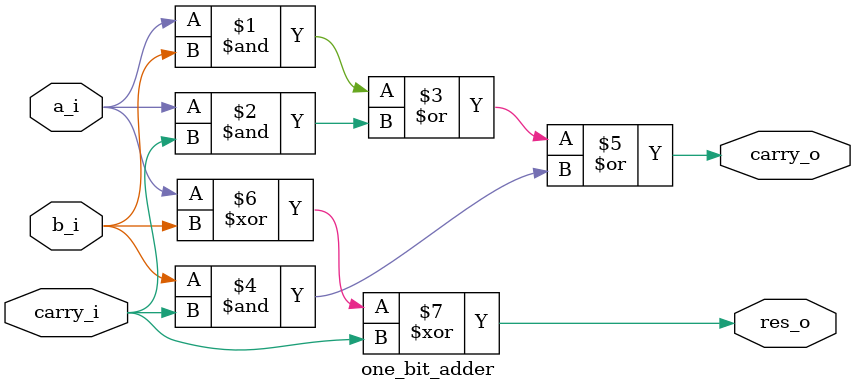
<source format=sv>

module one_bit_adder(
    input logic carry_i,
    input logic a_i,
    input logic b_i,
    output logic res_o,
    output logic carry_o
);

assign carry_o = (a_i & b_i) | (a_i & carry_i) | (b_i & carry_i);
assign res_o = (a_i ^ b_i) ^ carry_i;

endmodule

</source>
